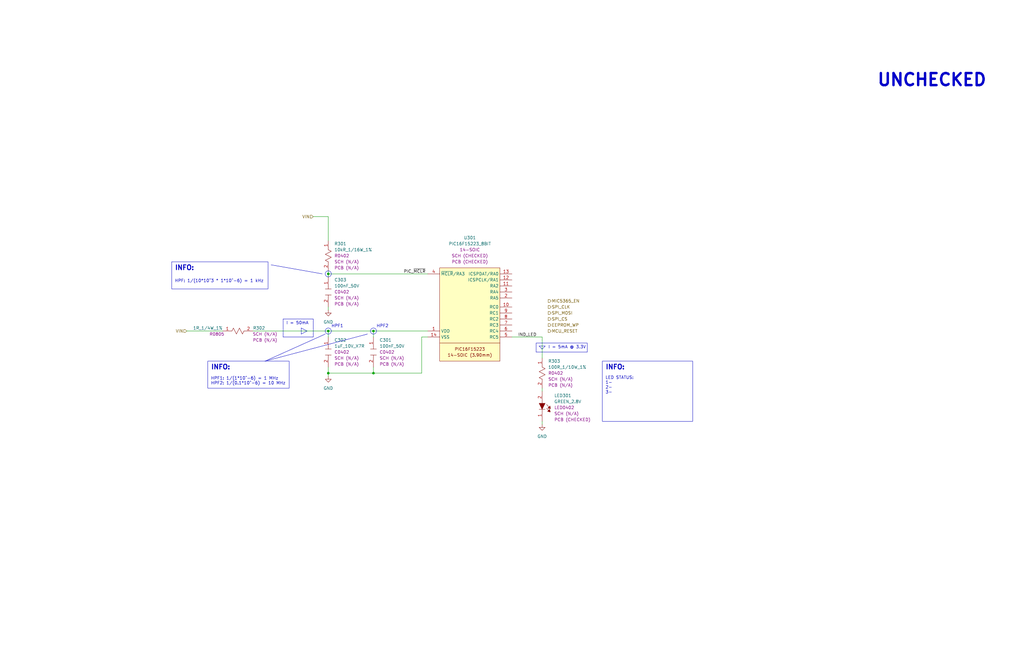
<source format=kicad_sch>
(kicad_sch (version 20230121) (generator eeschema)
  (paper "B")
  (lib_symbols
    (symbol "_SCHLIB_EPen:CAP_100nF_50V_X7R_C0402"
      (property "Reference" "C" (at 2.54 3.81 0))
      (property "Value" "100nF_50V" (at 2.54 6.35 0))
      (property "Package" "C0402" (at 2.54 21.59 0))
      (property "SCH CHECK" "SCH (N/A)" (at 2.54 24.13 0))
      (property "PCB CHECK" "PCB (N/A)" (at 2.54 26.67 0))
      (symbol "CAP_100nF_50V_X7R_C0402_0_1"
        (polyline (pts (xy 5.08 1.27) (xy 5.08 -1.27)))
        (polyline (pts (xy 7.62 1.27) (xy 7.62 -1.27)))
      )
      (symbol "CAP_100nF_50V_X7R_C0402_1_1"
        (pin passive line (at 0 0 0) (length 5.08) (name "") (number "1"))
        (pin passive line (at 12.7 0 180) (length 5.08) (name "") (number "2"))
      )
    )
    (symbol "_SCHLIB_EPen:CAP_1uF_10V_X7R_C0402"
      (property "Reference" "C" (at 2.54 3.81 0))
      (property "Value" "1uF_10V_X7R" (at 2.54 6.35 0))
      (property "Package" "C0402" (at 2.54 21.59 0))
      (property "SCH CHECK" "SCH (N/A)" (at 2.54 24.13 0))
      (property "PCB CHECK" "PCB (N/A)" (at 2.54 26.67 0))
      (symbol "CAP_1uF_10V_X7R_C0402_0_1"
        (polyline (pts (xy 5.08 1.27) (xy 5.08 -1.27)))
        (polyline (pts (xy 7.62 1.27) (xy 7.62 -1.27)))
      )
      (symbol "CAP_1uF_10V_X7R_C0402_1_1"
        (pin passive line (at 0 0 0) (length 5.08) (name "") (number "1"))
        (pin passive line (at 12.7 0 180) (length 5.08) (name "") (number "2"))
      )
    )
    (symbol "_SCHLIB_EPen:LED_GREEN_2.8V_529nm_LED0402"
      (property "Reference" "LED" (at 3.81 6.35 0))
      (property "Value" "GREEN_2.8V" (at 3.81 8.89 0))
      (property "Package" "LED0402" (at 3.81 24.13 0))
      (property "SCH CHECK" "SCH (N/A)" (at 3.81 26.67 0))
      (property "PCB CHECK" "PCB (CHECKED)" (at 3.81 29.21 0))
      (symbol "LED_GREEN_2.8V_529nm_LED0402_0_1"
        (polyline (pts (xy 5.588 1.905) (xy 6.604 2.794)))
        (polyline (pts (xy 7.239 1.905) (xy 8.001 2.667)))
        (polyline (pts (xy 7.62 -1.27) (xy 7.62 1.27)))
        (polyline (pts (xy 5.08 1.27) (xy 5.08 -1.27) (xy 7.62 0) (xy 5.08 1.27)) (fill (type outline)))
        (polyline (pts (xy 6.223 3.302) (xy 7.112 2.413) (xy 7.366 3.556) (xy 6.223 3.302)) (fill (type outline)))
        (polyline (pts (xy 7.62 3.175) (xy 8.509 2.286) (xy 8.763 3.429) (xy 7.62 3.175)) (fill (type outline)))
      )
      (symbol "LED_GREEN_2.8V_529nm_LED0402_1_1"
        (pin passive line (at 12.7 0 180) (length 5.08) (name "") (number "1"))
        (pin passive line (at 0 0 0) (length 5.08) (name "") (number "2"))
      )
    )
    (symbol "_SCHLIB_EPen:MCU_PIC16F15223-E/SL_8BIT_14-SOIC"
      (property "Reference" "U" (at 2.54 2.54 0))
      (property "Value" "PIC16F15223_8BIT" (at 2.54 5.08 0))
      (property "Package" "14-SOIC" (at 2.54 20.32 0))
      (property "SCH CHECK" "SCH (CHECKED)" (at 2.54 22.86 0))
      (property "PCB CHECK" "PCB (CHECKED)" (at 2.54 25.4 0))
      (symbol "MCU_PIC16F15223-E/SL_8BIT_14-SOIC_0_0"
        (text "14-SOIC (3.90mm)" (at 12.7 -36.83 0) (effects (font (size 1.27 1.27))))
        (text "PIC16F15223" (at 12.7 -34.29 0) (effects (font (size 1.27 1.27))))
      )
      (symbol "MCU_PIC16F15223-E/SL_8BIT_14-SOIC_0_1"
        (polyline (pts (xy 0 -31.75) (xy 25.4 -31.75)))
        (rectangle (start 0 0) (end 25.4 -39.37) (fill (type background)))
      )
      (symbol "MCU_PIC16F15223-E/SL_8BIT_14-SOIC_1_1"
        (pin passive line (at -5.08 -26.67 0) (length 5.08) (name "VDD") (number "1"))
        (pin passive line (at 30.48 -16.51 180) (length 5.08) (name "RC0") (number "10"))
        (pin passive line (at 30.48 -7.62 180) (length 5.08) (name "RA2") (number "11"))
        (pin passive line (at 30.48 -5.08 180) (length 5.08) (name "ICSPCLK/RA1") (number "12"))
        (pin passive line (at 30.48 -2.54 180) (length 5.08) (name "ICSPDAT/RA0") (number "13"))
        (pin passive line (at -5.08 -29.21 0) (length 5.08) (name "VSS") (number "14"))
        (pin passive line (at 30.48 -12.7 180) (length 5.08) (name "RA5") (number "2"))
        (pin passive line (at 30.48 -10.16 180) (length 5.08) (name "RA4") (number "3"))
        (pin passive line (at -5.08 -2.54 0) (length 5.08) (name "~{MCLR}/RA3") (number "4"))
        (pin passive line (at 30.48 -29.21 180) (length 5.08) (name "RC5") (number "5"))
        (pin passive line (at 30.48 -26.67 180) (length 5.08) (name "RC4") (number "6"))
        (pin passive line (at 30.48 -24.13 180) (length 5.08) (name "RC3") (number "7"))
        (pin passive line (at 30.48 -21.59 180) (length 5.08) (name "RC2") (number "8"))
        (pin passive line (at 30.48 -19.05 180) (length 5.08) (name "RC1") (number "9"))
      )
    )
    (symbol "_SCHLIB_EPen:RES_100R_1/10W_1%_R0402"
      (property "Reference" "R" (at 2.54 3.81 0))
      (property "Value" "100R_1/10W_1%" (at 2.54 6.35 0))
      (property "Package" "R0402" (at 2.54 21.59 0))
      (property "SCH CHECK" "SCH (N/A)" (at 2.54 24.13 0))
      (property "PCB CHECK" "PCB (N/A)" (at 2.54 26.67 0))
      (symbol "RES_100R_1/10W_1%_R0402_0_1"
        (polyline (pts (xy 3.81 0) (xy 4.445 1.27) (xy 5.715 -1.27) (xy 6.985 1.27) (xy 8.255 -1.27) (xy 8.89 0)))
      )
      (symbol "RES_100R_1/10W_1%_R0402_1_1"
        (pin passive line (at 0 0 0) (length 3.81) (name "") (number "1"))
        (pin passive line (at 12.7 0 180) (length 3.81) (name "") (number "2"))
      )
    )
    (symbol "_SCHLIB_EPen:RES_10kR_1/16W_1%_R0402"
      (property "Reference" "R" (at 2.54 3.81 0))
      (property "Value" "10kR_1/16W_1%" (at 2.54 6.35 0))
      (property "Package" "R0402" (at 2.54 21.59 0))
      (property "SCH CHECK" "SCH (N/A)" (at 2.54 24.13 0))
      (property "PCB CHECK" "PCB (N/A)" (at 2.54 26.67 0))
      (symbol "RES_10kR_1/16W_1%_R0402_0_1"
        (polyline (pts (xy 3.81 0) (xy 4.445 1.27) (xy 5.715 -1.27) (xy 6.985 1.27) (xy 8.255 -1.27) (xy 8.89 0)))
      )
      (symbol "RES_10kR_1/16W_1%_R0402_1_1"
        (pin passive line (at 0 0 0) (length 3.81) (name "") (number "1"))
        (pin passive line (at 12.7 0 180) (length 3.81) (name "") (number "2"))
      )
    )
    (symbol "_SCHLIB_EPen:RES_1R_1/4W_1%_R0805"
      (property "Reference" "R" (at 2.54 3.81 0))
      (property "Value" "1R_1/4W_1%" (at 2.54 6.35 0))
      (property "Package" "R0805" (at 2.54 21.59 0))
      (property "SCH CHECK" "SCH (N/A)" (at 2.54 24.13 0))
      (property "PCB CHECK" "PCB (N/A)" (at 2.54 26.67 0))
      (symbol "RES_1R_1/4W_1%_R0805_0_1"
        (polyline (pts (xy 3.81 0) (xy 4.445 1.27) (xy 5.715 -1.27) (xy 6.985 1.27) (xy 8.255 -1.27) (xy 8.89 0)))
      )
      (symbol "RES_1R_1/4W_1%_R0805_1_1"
        (pin passive line (at 0 0 0) (length 3.81) (name "") (number "1"))
        (pin passive line (at 12.7 0 180) (length 3.81) (name "") (number "2"))
      )
    )
    (symbol "power:GND" (power) (pin_names (offset 0))
      (property "Value" "GND" (at 0 -3.81 0))
      (symbol "GND_0_1"
        (polyline (pts (xy 0 0) (xy 0 -1.27) (xy 1.27 -1.27) (xy 0 -2.54) (xy -1.27 -1.27) (xy 0 -1.27)))
      )
      (symbol "GND_1_1"
        (pin power_in line (at 0 0 270) (length 0) hide (name "GND") (number "1"))
      )
    )
  )
  (junction (at 157.48 139.7))
  (junction (at 138.43 115.57))
  (junction (at 138.43 139.7))
  (junction (at 157.48 157.48))
  (junction (at 138.43 157.48))
  (polyline (pts (xy 228.6 147.32) (xy 229.87 146.05)))
  (polyline (pts (xy 132.08 134.62) (xy 132.08 142.24)))
  (polyline (pts (xy 114.3 111.76) (xy 135.89 115.57)))
  (wire (pts (xy 138.43 154.94) (xy 138.43 157.48)))
  (polyline (pts (xy 119.38 134.62) (xy 119.38 142.24)))
  (polyline (pts (xy 111.76 152.4) (xy 154.94 140.97)))
  (wire (pts (xy 138.43 129.54) (xy 138.43 130.81)))
  (wire (pts (xy 138.43 139.7) (xy 157.48 139.7)))
  (wire (pts (xy 78.74 139.7) (xy 93.98 139.7)))
  (wire (pts (xy 138.43 157.48) (xy 138.43 158.75)))
  (wire (pts (xy 228.6 142.24) (xy 228.6 151.13)))
  (polyline (pts (xy 127 138.43) (xy 129.54 139.7)))
  (wire (pts (xy 138.43 114.3) (xy 138.43 115.57)))
  (wire (pts (xy 177.8 142.24) (xy 177.8 157.48)))
  (wire (pts (xy 138.43 142.24) (xy 138.43 139.7)))
  (wire (pts (xy 138.43 91.44) (xy 138.43 101.6)))
  (wire (pts (xy 106.68 139.7) (xy 138.43 139.7)))
  (polyline (pts (xy 127 140.97) (xy 129.54 139.7)))
  (wire (pts (xy 228.6 177.8) (xy 228.6 179.07)))
  (wire (pts (xy 157.48 139.7) (xy 157.48 142.24)))
  (polyline (pts (xy 227.33 146.05) (xy 229.87 146.05)))
  (polyline (pts (xy 132.08 142.24) (xy 119.38 142.24)))
  (wire (pts (xy 180.34 139.7) (xy 157.48 139.7)))
  (wire (pts (xy 177.8 157.48) (xy 157.48 157.48)))
  (wire (pts (xy 138.43 115.57) (xy 138.43 116.84)))
  (polyline (pts (xy 111.76 152.4) (xy 137.16 140.97)))
  (wire (pts (xy 180.34 115.57) (xy 138.43 115.57)))
  (polyline (pts (xy 227.33 146.05) (xy 228.6 147.32)))
  (wire (pts (xy 215.9 142.24) (xy 228.6 142.24)))
  (wire (pts (xy 132.08 91.44) (xy 138.43 91.44)))
  (wire (pts (xy 138.43 157.48) (xy 157.48 157.48)))
  (polyline (pts (xy 119.38 134.62) (xy 132.08 134.62)))
  (wire (pts (xy 157.48 157.48) (xy 157.48 154.94)))
  (polyline (pts (xy 127 138.43) (xy 127 140.97)))
  (wire (pts (xy 228.6 163.83) (xy 228.6 165.1)))
  (wire (pts (xy 180.34 142.24) (xy 177.8 142.24)))
  (rectangle (start 72.39 110.49) (end 113.03 121.92))
  (rectangle (start 226.06 144.78) (end 247.65 148.59))
  (rectangle (start 87.63 152.4) (end 121.92 163.83))
  (circle (center 138.43 139.7) (radius 1.27))
  (rectangle (start 254 152.4) (end 292.1 177.8))
  (circle (center 157.48 139.7) (radius 1.27))
  (circle (center 138.43 115.57) (radius 1.27))
  (text "HPF: 1/(10*10^3 * 1*10^-6) = 1 kHz" (at 73.66 119.38 0) (effects (font (size 1.27 1.27)) (justify left bottom)))
  (text "I = 5mA @ 3.3V" (at 231.14 147.32 0) (effects (font (size 1.27 1.27)) (justify left bottom)))
  (text "INFO:" (at 88.9 156.21 0) (effects (font (size 2 2) (thickness 0.4) bold) (justify left bottom)))
  (text "I = 50mA" (at 120.65 137.16 0) (effects (font (size 1.27 1.27)) (justify left bottom)))
  (text "INFO:" (at 255.27 156.21 0) (effects (font (size 2 2) (thickness 0.4) bold) (justify left bottom)))
  (text "HPF2" (at 158.75 138.43 0) (effects (font (size 1.27 1.27)) (justify left bottom)))
  (text "HPF1" (at 139.7 138.43 0) (effects (font (size 1.27 1.27)) (justify left bottom)))
  (text "\nLED STATUS:\n1-\n2-\n3-" (at 255.27 166.37 0) (effects (font (size 1.27 1.27)) (justify left bottom)))
  (text "INFO:" (at 73.66 114.3 0) (effects (font (size 2 2) (thickness 0.4) bold) (justify left bottom)))
  (text "HPF1: 1/(1*10^-6) = 1 MHz\nHPF2: 1/(0.1*10^-6) = 10 MHz" (at 88.9 162.56 0) (effects (font (size 1.27 1.27)) (justify left bottom)))
  (text "UNCHECKED" (at 369.57 36.83 0) (effects (font (size 5.08 5.08) (thickness 1.016) bold) (justify left bottom)))
  (label "PIC_~{MCLR}" (at 170.18 115.57 0))
  (label "IND_LED" (at 218.44 142.24 0))
  (hierarchical_label "SPI_MOSI" (shape output) (at 231.14 132.08 0))
  (hierarchical_label "VIN" (shape input) (at 132.08 91.44 180))
  (hierarchical_label "SPI_CS" (shape output) (at 231.14 134.62 0))
  (hierarchical_label "MIC5365_EN" (shape output) (at 231.14 127 0))
  (hierarchical_label "EEPROM_WP" (shape output) (at 231.14 137.16 0))
  (hierarchical_label "VIN" (shape input) (at 78.74 139.7 180))
  (hierarchical_label "MCU_RESET" (shape output) (at 231.14 139.7 0))
  (hierarchical_label "SPI_CLK" (shape output) (at 231.14 129.54 0))
  (symbol (lib_id "_SCHLIB_EPen:RES_10kR_1/16W_1%_R0402") (at 138.43 101.6 270) (unit 1)
    (property "Reference" "R301" (at 140.97 102.87 90) (effects (justify left)))
    (property "Value" "10kR_1/16W_1%" (at 140.97 105.41 90) (effects (justify left)))
    (property "Footprint" "Resistor_SMD:R_0402_1005Metric" (effects hide))
    (property "Datasheet" "https://www.bourns.com/docs/product-datasheets/cr.pdf?sfvrsn=574d41f6_14" (effects hide))
    (property "Description" "10 kOhms ±1% 0.063W, 1/16W Chip Resistor 0402 (1005 Metric) Thick Film" (effects hide))
    (property "Part Number" "CR0402-FX-1002GLF" (effects hide))
    (property "Link" "https://www.digikey.ca/en/products/detail/bourns-inc/CR0402-FX-1002GLF/3593192" (effects hide))
    (property "Package" "R0402" (at 140.97 107.95 90) (effects (justify left)))
    (property "SCH CHECK" "SCH (N/A)" (at 140.97 110.49 90) (effects (justify left)))
    (property "PCB CHECK" "PCB (N/A)" (at 140.97 113.03 90) (effects (justify left)))
  )
  (symbol (lib_id "power:GND") (at 228.6 179.07 0) (unit 1)
    (property "Reference" "#PWR0305" (effects hide))
    (property "Value" "GND" (at 228.6 184.15 0))
  )
  (symbol (lib_id "_SCHLIB_EPen:LED_GREEN_2.8V_529nm_LED0402") (at 228.6 165.1 270) (unit 1)
    (property "Reference" "LED301" (at 233.68 166.9415 90) (effects (justify left)))
    (property "Value" "GREEN_2.8V" (at 233.68 169.4815 90) (effects (justify left)))
    (property "Footprint" "LED_SMD:LED_0402_1005Metric" (effects hide))
    (property "Datasheet" "https://media.digikey.com/pdf/Data%20Sheets/Harvatek%20PDFs/B2841NG--05D000514U1930.pdf" (effects hide))
    (property "Description" "Green 529nm LED Indication - Discrete 2.8V 0402 (1005 Metric)" (effects hide))
    (property "Part Number" "B2841NG--05D000514U1930" (effects hide))
    (property "Link" "https://www.digikey.ca/en/products/detail/harvatek-corporation/B2841NG-05D000514U1930/16729536" (effects hide))
    (property "Package" "LED0402" (at 233.68 172.0215 90) (effects (justify left)))
    (property "SCH CHECK" "SCH (N/A)" (at 233.68 174.5615 90) (effects (justify left)))
    (property "PCB CHECK" "PCB (CHECKED)" (at 233.68 177.1015 90) (effects (justify left)))
  )
  (symbol (lib_id "_SCHLIB_EPen:RES_1R_1/4W_1%_R0805") (at 93.98 139.7 0) (unit 1)
    (property "Reference" "R302" (at 109.22 138.43 0))
    (property "Value" "1R_1/4W_1%" (at 87.63 138.43 0))
    (property "Footprint" "Resistor_SMD:R_0805_2012Metric" (effects hide))
    (property "Datasheet" "https://www.seielect.com/catalog/sei-rncp.pdf" (effects hide))
    (property "Description" "1 Ohms ±1% 0.25W, 1/4W Chip Resistor 0805 (2012 Metric) Anti-Sulfur Thin Film" (effects hide))
    (property "Part Number" "RNCP0805FTD1R00" (effects hide))
    (property "Link" "https://www.digikey.ca/en/products/detail/stackpole-electronics-inc/RNCP0805FTD1R00/2240195" (effects hide))
    (property "Package" "R0805" (at 91.44 140.97 0))
    (property "SCH CHECK" "SCH (N/A)" (at 111.76 140.97 0))
    (property "PCB CHECK" "PCB (N/A)" (at 111.76 143.51 0))
  )
  (symbol (lib_id "_SCHLIB_EPen:MCU_PIC16F15223-E/SL_8BIT_14-SOIC") (at 185.42 113.03 0) (unit 1)
    (property "Reference" "U301" (at 198.12 100.33 0))
    (property "Value" "PIC16F15223_8BIT" (at 198.12 102.87 0))
    (property "Footprint" "Package_SO:SO-14_3.9x8.65mm_P1.27mm" (effects hide))
    (property "Datasheet" "https://ww1.microchip.com/downloads/en/DeviceDoc/PIC16F15213-14-23-24-43-44-Data-Sheet-40002195D.pdf" (effects hide))
    (property "Description" "PIC PIC® 16F, Functional Safety (FuSa) Microcontroller IC 8-Bit 32MHz 3.5KB (2K x 14) FLASH 14-SOIC" (effects hide))
    (property "Part Number" "PIC16F15223-E/SL" (effects hide))
    (property "Link" "https://www.digikey.ca/en/products/detail/microchip-technology/PIC16F15223-E-SL/12807315" (effects hide))
    (property "Package" "14-SOIC" (at 198.12 105.41 0))
    (property "SCH CHECK" "SCH (CHECKED)" (at 198.12 107.95 0))
    (property "PCB CHECK" "PCB (CHECKED)" (at 198.12 110.49 0))
  )
  (symbol (lib_id "_SCHLIB_EPen:CAP_100nF_50V_X7R_C0402") (at 157.48 142.24 270) (unit 1)
    (property "Reference" "C301" (at 160.02 143.51 90) (effects (justify left)))
    (property "Value" "100nF_50V" (at 160.02 146.05 90) (effects (justify left)))
    (property "Footprint" "Capacitor_SMD:C_0402_1005Metric" (effects hide))
    (property "Datasheet" "https://search.murata.co.jp/Ceramy/image/img/A01X/G101/ENG/GRM155R71H104KE14-01.pdf" (effects hide))
    (property "Description" "0.1 µF ±10% 50V Ceramic Capacitor X7R 0402 (1005 Metric)" (effects hide))
    (property "Part Number" "GRM155R71H104KE14J" (effects hide))
    (property "Link" "https://www.digikey.ca/en/products/detail/murata-electronics/GRM155R71H104KE14J/4905180" (effects hide))
    (property "Package" "C0402" (at 160.02 148.59 90) (effects (justify left)))
    (property "SCH CHECK" "SCH (N/A)" (at 160.02 151.13 90) (effects (justify left)))
    (property "PCB CHECK" "PCB (N/A)" (at 160.02 153.67 90) (effects (justify left)))
  )
  (symbol (lib_id "_SCHLIB_EPen:RES_100R_1/10W_1%_R0402") (at 228.6 151.13 270) (unit 1)
    (property "Reference" "R303" (at 231.14 152.4 90) (effects (justify left)))
    (property "Value" "100R_1/10W_1%" (at 231.14 154.94 90) (effects (justify left)))
    (property "Footprint" "Resistor_SMD:R_0402_1005Metric" (effects hide))
    (property "Datasheet" "https://www.koaspeer.com/pdfs/RK73H.pdf" (effects hide))
    (property "Description" "100 Ohms ±1% 0.1W, 1/10W Chip Resistor 0402 (1005 Metric) Automotive AEC-Q200, Moisture Resistant Thick Film" (effects hide))
    (property "Part Number" "RK73H1ETTP1000F" (effects hide))
    (property "Link" "https://www.digikey.ca/en/products/detail/koa-speer-electronics-inc/RK73H1ETTP1000F/9844157" (effects hide))
    (property "Package" "R0402" (at 231.14 157.48 90) (effects (justify left)))
    (property "SCH CHECK" "SCH (N/A)" (at 231.14 160.02 90) (effects (justify left)))
    (property "PCB CHECK" "PCB (N/A)" (at 231.14 162.56 90) (effects (justify left)))
  )
  (symbol (lib_id "power:GND") (at 138.43 158.75 0) (unit 1)
    (property "Reference" "#PWR0302" (effects hide))
    (property "Value" "GND" (at 138.43 163.83 0))
  )
  (symbol (lib_id "power:GND") (at 138.43 130.81 0) (unit 1)
    (property "Reference" "#PWR0301" (effects hide))
    (property "Value" "GND" (at 138.43 135.89 0))
  )
  (symbol (lib_id "_SCHLIB_EPen:CAP_100nF_50V_X7R_C0402") (at 138.43 116.84 270) (unit 1)
    (property "Reference" "C303" (at 140.97 118.11 90) (effects (justify left)))
    (property "Value" "100nF_50V" (at 140.97 120.65 90) (effects (justify left)))
    (property "Footprint" "Capacitor_SMD:C_0402_1005Metric" (effects hide))
    (property "Datasheet" "https://search.murata.co.jp/Ceramy/image/img/A01X/G101/ENG/GRM155R71H104KE14-01.pdf" (effects hide))
    (property "Description" "0.1 µF ±10% 50V Ceramic Capacitor X7R 0402 (1005 Metric)" (effects hide))
    (property "Part Number" "GRM155R71H104KE14J" (effects hide))
    (property "Link" "https://www.digikey.ca/en/products/detail/murata-electronics/GRM155R71H104KE14J/4905180" (effects hide))
    (property "Package" "C0402" (at 140.97 123.19 90) (effects (justify left)))
    (property "SCH CHECK" "SCH (N/A)" (at 140.97 125.73 90) (effects (justify left)))
    (property "PCB CHECK" "PCB (N/A)" (at 140.97 128.27 90) (effects (justify left)))
  )
  (symbol (lib_id "_SCHLIB_EPen:CAP_1uF_10V_X7R_C0402") (at 138.43 142.24 270) (unit 1)
    (property "Reference" "C302" (at 140.97 143.51 90) (effects (justify left)))
    (property "Value" "1uF_10V_X7R" (at 140.97 146.05 90) (effects (justify left)))
    (property "Footprint" "Capacitor_SMD:C_0402_1005Metric" (effects hide))
    (property "Datasheet" "https://search.murata.co.jp/Ceramy/image/img/A01X/G101/ENG/GRM155Z71A105KE01-01.pdf" (effects hide))
    (property "Description" "1 µF ±10% 10V Ceramic Capacitor X7R 0402 (1005 Metric)" (effects hide))
    (property "Part Number" "GRM155Z71A105KE01D" (effects hide))
    (property "Link" "https://www.digikey.ca/en/products/detail/murata-electronics/GRM155Z71A105KE01D/13905035" (effects hide))
    (property "Package" "C0402" (at 140.97 148.59 90) (effects (justify left)))
    (property "SCH CHECK" "SCH (N/A)" (at 140.97 151.13 90) (effects (justify left)))
    (property "PCB CHECK" "PCB (N/A)" (at 140.97 153.67 90) (effects (justify left)))
  )
)
</source>
